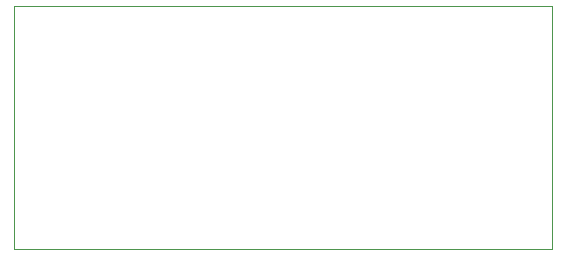
<source format=gbr>
%TF.GenerationSoftware,KiCad,Pcbnew,8.0.5*%
%TF.CreationDate,2024-09-19T19:13:46+09:00*%
%TF.ProjectId,led_supply,6c65645f-7375-4707-906c-792e6b696361,rev?*%
%TF.SameCoordinates,Original*%
%TF.FileFunction,Profile,NP*%
%FSLAX46Y46*%
G04 Gerber Fmt 4.6, Leading zero omitted, Abs format (unit mm)*
G04 Created by KiCad (PCBNEW 8.0.5) date 2024-09-19 19:13:46*
%MOMM*%
%LPD*%
G01*
G04 APERTURE LIST*
%TA.AperFunction,Profile*%
%ADD10C,0.050000*%
%TD*%
G04 APERTURE END LIST*
D10*
X110350000Y-78070000D02*
X155940000Y-78070000D01*
X155940000Y-98630000D01*
X110350000Y-98630000D01*
X110350000Y-78070000D01*
M02*

</source>
